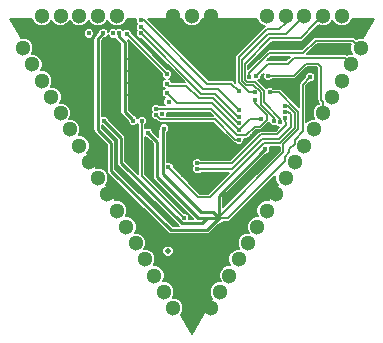
<source format=gbl>
G04 #@! TF.FileFunction,Copper,L4,Bot,Signal*
%FSLAX46Y46*%
G04 Gerber Fmt 4.6, Leading zero omitted, Abs format (unit mm)*
G04 Created by KiCad (PCBNEW 0.201509030901+6151~29~ubuntu15.04.1-product) date Thu 19 Nov 2015 01:23:01 PM EST*
%MOMM*%
G01*
G04 APERTURE LIST*
%ADD10C,0.100000*%
%ADD11C,1.300000*%
%ADD12C,0.406400*%
%ADD13C,0.508000*%
%ADD14C,0.152400*%
%ADD15C,0.254000*%
G04 APERTURE END LIST*
D10*
D11*
X26987500Y-28149600D03*
X27781250Y-29524400D03*
X28575000Y-30899200D03*
X29368750Y-32274000D03*
X30162500Y-33648800D03*
X30956250Y-35023600D03*
X31750000Y-36398400D03*
X32543750Y-37773200D03*
X33337500Y-39148000D03*
X34131250Y-40522800D03*
X34925000Y-41897600D03*
X35718750Y-43272400D03*
X36512500Y-44647200D03*
X37306250Y-46022000D03*
X38100000Y-47396800D03*
X38893750Y-48771600D03*
X39687500Y-50146400D03*
X42862500Y-50146400D03*
X43656250Y-48771600D03*
X44450000Y-47396800D03*
X45243750Y-46022000D03*
X46037500Y-44647200D03*
X46831250Y-43272400D03*
X47625000Y-41897600D03*
X48418750Y-40522800D03*
X49212500Y-39148000D03*
X50006250Y-37773200D03*
X50800000Y-36398400D03*
X51593750Y-35023600D03*
X52387500Y-33648800D03*
X53181250Y-32274000D03*
X53975000Y-30899200D03*
X54768750Y-29524400D03*
X55562500Y-28149600D03*
X53975000Y-25400000D03*
X52387500Y-25400000D03*
X50800000Y-25400000D03*
X49212500Y-25400000D03*
X47625000Y-25400000D03*
X42862500Y-25400000D03*
X41275000Y-25400000D03*
X39687500Y-25400000D03*
X34925000Y-25400000D03*
X33337500Y-25400000D03*
X31750000Y-25400000D03*
X30162500Y-25400000D03*
X28575000Y-25400000D03*
D12*
X30000000Y-29550000D03*
X29100000Y-29050000D03*
X39850000Y-35200000D03*
X39850000Y-33700000D03*
X35750000Y-26000000D03*
X37550000Y-36250000D03*
X36150000Y-36500000D03*
X33650000Y-36500000D03*
X40550000Y-38850000D03*
X40550000Y-37650000D03*
X40550000Y-38250000D03*
X31600000Y-27700000D03*
X30716989Y-26200000D03*
X28200000Y-28050000D03*
X29850000Y-30150000D03*
X30850000Y-31750000D03*
X30850000Y-32750000D03*
X32100000Y-34400000D03*
X32750000Y-34500000D03*
X51562000Y-30007010D03*
X46841386Y-28960400D03*
X52197000Y-28321000D03*
X48895000Y-27686010D03*
X49022000Y-29041790D03*
X48641000Y-36703000D03*
D13*
X35058000Y-29077000D03*
X34058000Y-29077000D03*
X34058000Y-30077000D03*
X35058000Y-30077000D03*
X36058000Y-30077000D03*
X37058000Y-30077000D03*
X37058000Y-29077000D03*
X36058000Y-29077000D03*
X37058000Y-31077000D03*
X36058000Y-31077000D03*
X35058000Y-31077000D03*
X34058000Y-31077000D03*
X34058000Y-32077000D03*
X35058000Y-32077000D03*
X36058000Y-32077000D03*
X37058000Y-32077000D03*
X39243000Y-42545000D03*
X43561000Y-45339000D03*
D12*
X33786343Y-26330000D03*
X46355000Y-35601802D03*
X35122473Y-26883644D03*
X36304548Y-34275238D03*
X39150000Y-30350000D03*
X35750000Y-26925000D03*
X45250000Y-35050000D03*
X39150000Y-31950000D03*
X47142400Y-34112200D03*
X34600000Y-26900000D03*
X45250000Y-35881010D03*
X38250000Y-33808003D03*
X40640000Y-42545000D03*
X37024461Y-34313574D03*
X41750000Y-38408003D03*
X49149000Y-33528000D03*
X41750000Y-37900000D03*
X49149000Y-34036000D03*
X39293791Y-38223925D03*
X49149000Y-33020000D03*
X46736000Y-30480000D03*
X47743990Y-30480000D03*
X38250000Y-33300000D03*
X46609000Y-32512000D03*
X45250000Y-31800000D03*
X36950000Y-25800000D03*
X45250000Y-33350000D03*
X36950000Y-26350000D03*
X45250000Y-34000000D03*
X36950000Y-26900000D03*
X48244579Y-34305421D03*
X48768000Y-34417000D03*
X46593586Y-31892414D03*
X37550000Y-35300000D03*
X38950000Y-34950000D03*
X38745276Y-33695009D03*
X33847519Y-34298872D03*
D13*
X43561000Y-42545000D03*
D12*
X47879000Y-31877000D03*
X47498000Y-36703000D03*
X51308000Y-30607000D03*
X33792247Y-26880000D03*
X46126432Y-30567256D03*
X45250000Y-34508003D03*
X39150000Y-31150000D03*
X32550000Y-26900000D03*
X39300000Y-32700000D03*
D13*
X39243000Y-45339000D03*
D14*
X51562000Y-30007010D02*
X51562000Y-29972000D01*
X49022000Y-29041790D02*
X49022000Y-29083000D01*
X46355000Y-35601802D02*
X46355000Y-35560000D01*
X39687500Y-25400000D02*
X39624000Y-25400000D01*
X39624000Y-25400000D02*
X39116000Y-25908000D01*
X42862500Y-25400000D02*
X42862500Y-25717500D01*
X42862500Y-25717500D02*
X43307000Y-26162000D01*
X48418750Y-40522800D02*
X47888800Y-40522800D01*
X47888800Y-40522800D02*
X47752000Y-40386000D01*
D15*
X35122473Y-26883644D02*
X35122473Y-27171012D01*
X35122473Y-27171012D02*
X35575399Y-27623938D01*
X35575399Y-27623938D02*
X35575399Y-33546089D01*
X35575399Y-33546089D02*
X36101349Y-34072039D01*
X36101349Y-34072039D02*
X36304548Y-34275238D01*
D14*
X35750000Y-26925000D02*
X35775000Y-26925000D01*
X39150000Y-30300000D02*
X39150000Y-30350000D01*
X35775000Y-26925000D02*
X39150000Y-30300000D01*
X45250000Y-35050000D02*
X43000000Y-32800000D01*
X43000000Y-32800000D02*
X40000000Y-32800000D01*
X40000000Y-32800000D02*
X39150000Y-31950000D01*
X47142400Y-34112200D02*
X46187800Y-34112200D01*
X46187800Y-34112200D02*
X45250000Y-35050000D01*
X45250000Y-35881010D02*
X44962632Y-35881010D01*
X44962632Y-35881010D02*
X43231622Y-34150000D01*
X43231622Y-34150000D02*
X38591997Y-34150000D01*
X38591997Y-34150000D02*
X38250000Y-33808003D01*
X40640000Y-42545000D02*
X37024461Y-38929461D01*
X37024461Y-38929461D02*
X37024461Y-36274461D01*
X37024461Y-36274461D02*
X37024461Y-34313574D01*
X41750000Y-38408003D02*
X41758003Y-38400000D01*
X41758003Y-38400000D02*
X44658000Y-38400000D01*
X44658000Y-38400000D02*
X47244000Y-35814000D01*
X47244000Y-35814000D02*
X48641000Y-35814000D01*
X48641000Y-35814000D02*
X49657000Y-34798000D01*
X49657000Y-34798000D02*
X49657000Y-33748632D01*
X49657000Y-33748632D02*
X49436368Y-33528000D01*
X49436368Y-33528000D02*
X49149000Y-33528000D01*
X47117000Y-35433000D02*
X44650000Y-37900000D01*
X44650000Y-37900000D02*
X41750000Y-37900000D01*
X49149000Y-34323368D02*
X49276000Y-34450368D01*
X49149000Y-34036000D02*
X49149000Y-34323368D01*
X49276000Y-34450368D02*
X49276000Y-34671000D01*
X49276000Y-34671000D02*
X48514000Y-35433000D01*
X48514000Y-35433000D02*
X47117000Y-35433000D01*
X39293791Y-38223925D02*
X41836866Y-40767000D01*
X50038000Y-34925000D02*
X50038000Y-33621632D01*
X41836866Y-40767000D02*
X42799000Y-40767000D01*
X42799000Y-40767000D02*
X47371000Y-36195000D01*
X47371000Y-36195000D02*
X48768000Y-36195000D01*
X48768000Y-36195000D02*
X50038000Y-34925000D01*
X50038000Y-33621632D02*
X49436368Y-33020000D01*
X49436368Y-33020000D02*
X49149000Y-33020000D01*
X54708350Y-29464000D02*
X54768750Y-29524400D01*
X54200350Y-28956000D02*
X54768750Y-29524400D01*
X49911000Y-28956000D02*
X54200350Y-28956000D01*
X49403000Y-29464000D02*
X49911000Y-28956000D01*
X47752000Y-29464000D02*
X49403000Y-29464000D01*
X46736000Y-30480000D02*
X47752000Y-29464000D01*
X47743990Y-30480000D02*
X49911000Y-30480000D01*
X49911000Y-30480000D02*
X50927000Y-29464000D01*
X50927000Y-29464000D02*
X51943000Y-29464000D01*
X51943000Y-29464000D02*
X52197000Y-29718000D01*
X52387500Y-32729562D02*
X52387500Y-33648800D01*
X52197000Y-32539062D02*
X52387500Y-32729562D01*
X52197000Y-29718000D02*
X52197000Y-32539062D01*
X45892920Y-35500000D02*
X45136118Y-35500000D01*
X38537368Y-33300000D02*
X38250000Y-33300000D01*
X45136118Y-35500000D02*
X42936118Y-33300000D01*
X42936118Y-33300000D02*
X38537368Y-33300000D01*
X47018482Y-34800000D02*
X46592920Y-34800000D01*
X46592920Y-34800000D02*
X45892920Y-35500000D01*
X47600000Y-33790368D02*
X47600000Y-34218482D01*
X47600000Y-34218482D02*
X47018482Y-34800000D01*
X46609000Y-32512000D02*
X46609000Y-32799368D01*
X46609000Y-32799368D02*
X47600000Y-33790368D01*
X45250000Y-31800000D02*
X44600000Y-31150000D01*
X44600000Y-31150000D02*
X42587368Y-31150000D01*
X42587368Y-31150000D02*
X37237368Y-25800000D01*
X37237368Y-25800000D02*
X36950000Y-25800000D01*
X36950000Y-26350000D02*
X42200000Y-31600000D01*
X42200000Y-31600000D02*
X43500000Y-31600000D01*
X43500000Y-31600000D02*
X45250000Y-33350000D01*
X36950000Y-26900000D02*
X42050000Y-32000000D01*
X42050000Y-32000000D02*
X43250000Y-32000000D01*
X43250000Y-32000000D02*
X45046801Y-33796801D01*
X45046801Y-33796801D02*
X45250000Y-34000000D01*
X50800000Y-25400000D02*
X49276000Y-26924000D01*
X49276000Y-26924000D02*
X47752000Y-26924000D01*
X47752000Y-26924000D02*
X45491402Y-29184598D01*
X46482000Y-31242000D02*
X47116990Y-31876990D01*
X45491402Y-29184598D02*
X45491402Y-30908178D01*
X45491402Y-30908178D02*
X45825224Y-31242000D01*
X45825224Y-31242000D02*
X46482000Y-31242000D01*
X47116990Y-31876990D02*
X47116990Y-32916990D01*
X47116990Y-32916990D02*
X48250000Y-34050000D01*
X48250000Y-34050000D02*
X48250000Y-34300000D01*
X48250000Y-34300000D02*
X48244579Y-34305421D01*
X51737501Y-26049999D02*
X52387500Y-25400000D01*
X50482500Y-27305000D02*
X51737501Y-26049999D01*
X47932904Y-27305000D02*
X50482500Y-27305000D01*
X45745412Y-29492492D02*
X47932904Y-27305000D01*
X45745412Y-30802964D02*
X45745412Y-29492492D01*
X45930438Y-30987990D02*
X45745412Y-30802964D01*
X46587214Y-30987990D02*
X45930438Y-30987990D01*
X47371000Y-31771776D02*
X46587214Y-30987990D01*
X47371000Y-32732632D02*
X47371000Y-31771776D01*
X48768000Y-34129632D02*
X47371000Y-32732632D01*
X48768000Y-34417000D02*
X48768000Y-34129632D01*
X49043776Y-25400000D02*
X49212500Y-25400000D01*
X48850146Y-25400000D02*
X49212500Y-25400000D01*
X45237392Y-31013392D02*
X46116414Y-31892414D01*
X45237392Y-28930608D02*
X45237392Y-31013392D01*
X47625000Y-26543000D02*
X45237392Y-28930608D01*
X46116414Y-31892414D02*
X46593586Y-31892414D01*
X48641000Y-26543000D02*
X47625000Y-26543000D01*
X49212500Y-25971500D02*
X48641000Y-26543000D01*
X49212500Y-25400000D02*
X49212500Y-25971500D01*
D15*
X43561000Y-42545000D02*
X41778934Y-42545000D01*
X41778934Y-42545000D02*
X38300000Y-39066066D01*
X38300000Y-39066066D02*
X38300000Y-36050000D01*
X38300000Y-36050000D02*
X37550000Y-35300000D01*
X43561000Y-42545000D02*
X43066000Y-42050000D01*
X43066000Y-42050000D02*
X42050000Y-42050000D01*
X42050000Y-42050000D02*
X38800000Y-38800000D01*
X38800000Y-38800000D02*
X38800000Y-35100000D01*
X38800000Y-35100000D02*
X38950000Y-34950000D01*
X43561000Y-42545000D02*
X42545000Y-42545000D01*
X42545000Y-42545000D02*
X42113199Y-42976801D01*
X42113199Y-42976801D02*
X40432735Y-42976801D01*
X40432735Y-42976801D02*
X35300000Y-37844066D01*
X35300000Y-35751353D02*
X33847519Y-34298872D01*
X35300000Y-37844066D02*
X35300000Y-35751353D01*
X43561000Y-42545000D02*
X42545000Y-43561000D01*
X42545000Y-43561000D02*
X39497000Y-43561000D01*
X34450000Y-38514000D02*
X34450000Y-36200000D01*
X39497000Y-43561000D02*
X34450000Y-38514000D01*
X34450000Y-36200000D02*
X33300000Y-35050000D01*
X33300000Y-35050000D02*
X33300000Y-27372247D01*
X33300000Y-27372247D02*
X33792247Y-26880000D01*
X43561000Y-40640000D02*
X47498000Y-36703000D01*
X43561000Y-42545000D02*
X43561000Y-40640000D01*
D14*
X48652592Y-31877000D02*
X47879000Y-31877000D01*
X50292010Y-35030214D02*
X50292009Y-33516417D01*
X49022001Y-36300223D02*
X50292010Y-35030214D01*
X49022001Y-36956999D02*
X49022001Y-36300223D01*
X50292009Y-33516417D02*
X48652592Y-31877000D01*
X43561000Y-42418000D02*
X49022001Y-36956999D01*
X43561000Y-42545000D02*
X43561000Y-42418000D01*
X43561000Y-42545000D02*
X44323000Y-42545000D01*
X44323000Y-42545000D02*
X49149000Y-37719000D01*
X49149000Y-37719000D02*
X49149000Y-37338000D01*
X49149000Y-37338000D02*
X49530000Y-36957000D01*
X49972199Y-36260801D02*
X49972199Y-35879801D01*
X49530000Y-36703000D02*
X49972199Y-36260801D01*
X49530000Y-36957000D02*
X49530000Y-36703000D01*
X49972199Y-35879801D02*
X50673000Y-35179000D01*
X50673000Y-31242000D02*
X51308000Y-30607000D01*
X50673000Y-35179000D02*
X50673000Y-31242000D01*
X54912501Y-27499601D02*
X51748399Y-27499601D01*
X51748399Y-27499601D02*
X50688811Y-28559189D01*
X46126432Y-30279888D02*
X46126432Y-30567256D01*
X47847131Y-28559189D02*
X46126432Y-30279888D01*
X55562500Y-28149600D02*
X54912501Y-27499601D01*
X50688811Y-28559189D02*
X47847131Y-28559189D01*
X45250000Y-34508003D02*
X45194121Y-34508003D01*
X45194121Y-34508003D02*
X43086118Y-32400000D01*
X43086118Y-32400000D02*
X41850000Y-32400000D01*
X41850000Y-32400000D02*
X40803199Y-31353199D01*
X39353199Y-31353199D02*
X39150000Y-31150000D01*
X40803199Y-31353199D02*
X39353199Y-31353199D01*
G36*
X27829725Y-25897037D02*
X28076663Y-26144407D01*
X28399469Y-26278447D01*
X28748998Y-26278752D01*
X29072037Y-26145275D01*
X29319407Y-25898337D01*
X29368706Y-25779612D01*
X29417225Y-25897037D01*
X29664163Y-26144407D01*
X29986969Y-26278447D01*
X30336498Y-26278752D01*
X30659537Y-26145275D01*
X30906907Y-25898337D01*
X30956206Y-25779612D01*
X31004725Y-25897037D01*
X31251663Y-26144407D01*
X31574469Y-26278447D01*
X31923998Y-26278752D01*
X32247037Y-26145275D01*
X32494407Y-25898337D01*
X32543706Y-25779612D01*
X32592225Y-25897037D01*
X32839163Y-26144407D01*
X33161969Y-26278447D01*
X33511498Y-26278752D01*
X33834537Y-26145275D01*
X34081907Y-25898337D01*
X34131206Y-25779612D01*
X34179725Y-25897037D01*
X34426663Y-26144407D01*
X34749469Y-26278447D01*
X35098998Y-26278752D01*
X35422037Y-26145275D01*
X35669407Y-25898337D01*
X35760649Y-25678600D01*
X36532864Y-25678600D01*
X36518276Y-25713733D01*
X36518126Y-25885513D01*
X36583725Y-26044275D01*
X36614344Y-26074947D01*
X36584152Y-26105086D01*
X36518276Y-26263733D01*
X36518126Y-26435513D01*
X36583725Y-26594275D01*
X36614344Y-26624947D01*
X36584152Y-26655086D01*
X36518276Y-26813733D01*
X36518126Y-26985513D01*
X36583725Y-27144275D01*
X36705086Y-27265848D01*
X36863733Y-27331724D01*
X36950748Y-27331800D01*
X40667347Y-31048399D01*
X39575227Y-31048399D01*
X39516275Y-30905725D01*
X39394914Y-30784152D01*
X39312661Y-30749997D01*
X39394275Y-30716275D01*
X39515848Y-30594914D01*
X39581724Y-30436267D01*
X39581874Y-30264487D01*
X39516275Y-30105725D01*
X39394914Y-29984152D01*
X39236267Y-29918276D01*
X39199296Y-29918244D01*
X36181820Y-26900768D01*
X36181874Y-26839487D01*
X36116275Y-26680725D01*
X35994914Y-26559152D01*
X35836267Y-26493276D01*
X35664487Y-26493126D01*
X35505725Y-26558725D01*
X35456900Y-26607465D01*
X35367387Y-26517796D01*
X35208740Y-26451920D01*
X35036960Y-26451770D01*
X34878198Y-26517369D01*
X34853135Y-26542388D01*
X34844914Y-26534152D01*
X34686267Y-26468276D01*
X34514487Y-26468126D01*
X34355725Y-26533725D01*
X34234152Y-26655086D01*
X34200253Y-26736723D01*
X34158522Y-26635725D01*
X34037161Y-26514152D01*
X33878514Y-26448276D01*
X33706734Y-26448126D01*
X33547972Y-26513725D01*
X33426399Y-26635086D01*
X33360523Y-26793733D01*
X33360510Y-26808843D01*
X33048553Y-27120800D01*
X32971468Y-27236164D01*
X32957359Y-27307095D01*
X32944400Y-27372247D01*
X32944400Y-35050000D01*
X32971468Y-35186083D01*
X33048553Y-35301447D01*
X34094400Y-36347294D01*
X34094400Y-38514000D01*
X34121468Y-38650083D01*
X34198553Y-38765447D01*
X39245553Y-43812447D01*
X39360917Y-43889532D01*
X39497000Y-43916600D01*
X42545000Y-43916600D01*
X42681083Y-43889532D01*
X42796447Y-43812447D01*
X43581276Y-43027618D01*
X43656574Y-43027684D01*
X43834014Y-42954367D01*
X43938764Y-42849800D01*
X44323000Y-42849800D01*
X44439642Y-42826598D01*
X44538526Y-42760526D01*
X48339357Y-38959695D01*
X48334053Y-38972469D01*
X48333748Y-39321998D01*
X48467225Y-39645037D01*
X48553678Y-39731641D01*
X47808420Y-41022429D01*
X47800531Y-41019153D01*
X47451002Y-41018848D01*
X47127963Y-41152325D01*
X46880593Y-41399263D01*
X46746553Y-41722069D01*
X46746248Y-42071598D01*
X46879396Y-42393842D01*
X46657252Y-42393648D01*
X46334213Y-42527125D01*
X46086843Y-42774063D01*
X45952803Y-43096869D01*
X45952498Y-43446398D01*
X46085646Y-43768642D01*
X45863502Y-43768448D01*
X45540463Y-43901925D01*
X45293093Y-44148863D01*
X45159053Y-44471669D01*
X45158748Y-44821198D01*
X45291896Y-45143442D01*
X45069752Y-45143248D01*
X44746713Y-45276725D01*
X44499343Y-45523663D01*
X44365303Y-45846469D01*
X44364998Y-46195998D01*
X44498146Y-46518242D01*
X44276002Y-46518048D01*
X43952963Y-46651525D01*
X43705593Y-46898463D01*
X43571553Y-47221269D01*
X43571248Y-47570798D01*
X43704396Y-47893042D01*
X43482252Y-47892848D01*
X43159213Y-48026325D01*
X42911843Y-48273263D01*
X42777803Y-48596069D01*
X42777498Y-48945598D01*
X42910975Y-49268637D01*
X42997364Y-49355177D01*
X41275000Y-52338312D01*
X40346443Y-50730052D01*
X40431907Y-50644737D01*
X40565947Y-50321931D01*
X40566252Y-49972402D01*
X40432775Y-49649363D01*
X40185837Y-49401993D01*
X39863031Y-49267953D01*
X39639062Y-49267758D01*
X39772197Y-48947131D01*
X39772502Y-48597602D01*
X39639025Y-48274563D01*
X39392087Y-48027193D01*
X39069281Y-47893153D01*
X38845312Y-47892958D01*
X38978447Y-47572331D01*
X38978752Y-47222802D01*
X38845275Y-46899763D01*
X38598337Y-46652393D01*
X38275531Y-46518353D01*
X38051562Y-46518158D01*
X38184697Y-46197531D01*
X38185002Y-45848002D01*
X38051525Y-45524963D01*
X37961294Y-45434574D01*
X38760316Y-45434574D01*
X38833633Y-45612014D01*
X38969272Y-45747890D01*
X39146584Y-45821516D01*
X39338574Y-45821684D01*
X39516014Y-45748367D01*
X39651890Y-45612728D01*
X39725516Y-45435416D01*
X39725684Y-45243426D01*
X39652367Y-45065986D01*
X39516728Y-44930110D01*
X39339416Y-44856484D01*
X39147426Y-44856316D01*
X38969986Y-44929633D01*
X38834110Y-45065272D01*
X38760484Y-45242584D01*
X38760316Y-45434574D01*
X37961294Y-45434574D01*
X37804587Y-45277593D01*
X37481781Y-45143553D01*
X37257812Y-45143358D01*
X37390947Y-44822731D01*
X37391252Y-44473202D01*
X37257775Y-44150163D01*
X37010837Y-43902793D01*
X36688031Y-43768753D01*
X36464062Y-43768558D01*
X36597197Y-43447931D01*
X36597502Y-43098402D01*
X36464025Y-42775363D01*
X36217087Y-42527993D01*
X35894281Y-42393953D01*
X35670312Y-42393758D01*
X35803447Y-42073131D01*
X35803752Y-41723602D01*
X35670275Y-41400563D01*
X35423337Y-41153193D01*
X35100531Y-41019153D01*
X34751002Y-41018848D01*
X34741726Y-41022681D01*
X33996370Y-39731725D01*
X34081907Y-39646337D01*
X34215947Y-39323531D01*
X34216252Y-38974002D01*
X34082775Y-38650963D01*
X33835837Y-38403593D01*
X33513031Y-38269553D01*
X33163502Y-38269248D01*
X33154202Y-38273091D01*
X32408852Y-36982143D01*
X32494407Y-36896737D01*
X32628447Y-36573931D01*
X32628752Y-36224402D01*
X32495275Y-35901363D01*
X32248337Y-35653993D01*
X31925531Y-35519953D01*
X31701562Y-35519758D01*
X31834697Y-35199131D01*
X31835002Y-34849602D01*
X31701525Y-34526563D01*
X31454587Y-34279193D01*
X31131781Y-34145153D01*
X30907812Y-34144958D01*
X31040947Y-33824331D01*
X31041252Y-33474802D01*
X30907775Y-33151763D01*
X30660837Y-32904393D01*
X30338031Y-32770353D01*
X30114062Y-32770158D01*
X30247197Y-32449531D01*
X30247502Y-32100002D01*
X30114025Y-31776963D01*
X29867087Y-31529593D01*
X29544281Y-31395553D01*
X29320312Y-31395358D01*
X29453447Y-31074731D01*
X29453752Y-30725202D01*
X29320275Y-30402163D01*
X29073337Y-30154793D01*
X28750531Y-30020753D01*
X28526562Y-30020558D01*
X28659697Y-29699931D01*
X28660002Y-29350402D01*
X28526525Y-29027363D01*
X28279587Y-28779993D01*
X27956781Y-28645953D01*
X27732812Y-28645758D01*
X27865947Y-28325131D01*
X27866252Y-27975602D01*
X27732775Y-27652563D01*
X27485837Y-27405193D01*
X27163031Y-27271153D01*
X26813502Y-27270848D01*
X26804109Y-27274729D01*
X26637126Y-26985513D01*
X32118126Y-26985513D01*
X32183725Y-27144275D01*
X32305086Y-27265848D01*
X32463733Y-27331724D01*
X32635513Y-27331874D01*
X32794275Y-27266275D01*
X32915848Y-27144914D01*
X32981724Y-26986267D01*
X32981874Y-26814487D01*
X32916275Y-26655725D01*
X32794914Y-26534152D01*
X32636267Y-26468276D01*
X32464487Y-26468126D01*
X32305725Y-26533725D01*
X32184152Y-26655086D01*
X32118276Y-26813733D01*
X32118126Y-26985513D01*
X26637126Y-26985513D01*
X25882556Y-25678600D01*
X27739469Y-25678600D01*
X27829725Y-25897037D01*
X27829725Y-25897037D01*
G37*
X27829725Y-25897037D02*
X28076663Y-26144407D01*
X28399469Y-26278447D01*
X28748998Y-26278752D01*
X29072037Y-26145275D01*
X29319407Y-25898337D01*
X29368706Y-25779612D01*
X29417225Y-25897037D01*
X29664163Y-26144407D01*
X29986969Y-26278447D01*
X30336498Y-26278752D01*
X30659537Y-26145275D01*
X30906907Y-25898337D01*
X30956206Y-25779612D01*
X31004725Y-25897037D01*
X31251663Y-26144407D01*
X31574469Y-26278447D01*
X31923998Y-26278752D01*
X32247037Y-26145275D01*
X32494407Y-25898337D01*
X32543706Y-25779612D01*
X32592225Y-25897037D01*
X32839163Y-26144407D01*
X33161969Y-26278447D01*
X33511498Y-26278752D01*
X33834537Y-26145275D01*
X34081907Y-25898337D01*
X34131206Y-25779612D01*
X34179725Y-25897037D01*
X34426663Y-26144407D01*
X34749469Y-26278447D01*
X35098998Y-26278752D01*
X35422037Y-26145275D01*
X35669407Y-25898337D01*
X35760649Y-25678600D01*
X36532864Y-25678600D01*
X36518276Y-25713733D01*
X36518126Y-25885513D01*
X36583725Y-26044275D01*
X36614344Y-26074947D01*
X36584152Y-26105086D01*
X36518276Y-26263733D01*
X36518126Y-26435513D01*
X36583725Y-26594275D01*
X36614344Y-26624947D01*
X36584152Y-26655086D01*
X36518276Y-26813733D01*
X36518126Y-26985513D01*
X36583725Y-27144275D01*
X36705086Y-27265848D01*
X36863733Y-27331724D01*
X36950748Y-27331800D01*
X40667347Y-31048399D01*
X39575227Y-31048399D01*
X39516275Y-30905725D01*
X39394914Y-30784152D01*
X39312661Y-30749997D01*
X39394275Y-30716275D01*
X39515848Y-30594914D01*
X39581724Y-30436267D01*
X39581874Y-30264487D01*
X39516275Y-30105725D01*
X39394914Y-29984152D01*
X39236267Y-29918276D01*
X39199296Y-29918244D01*
X36181820Y-26900768D01*
X36181874Y-26839487D01*
X36116275Y-26680725D01*
X35994914Y-26559152D01*
X35836267Y-26493276D01*
X35664487Y-26493126D01*
X35505725Y-26558725D01*
X35456900Y-26607465D01*
X35367387Y-26517796D01*
X35208740Y-26451920D01*
X35036960Y-26451770D01*
X34878198Y-26517369D01*
X34853135Y-26542388D01*
X34844914Y-26534152D01*
X34686267Y-26468276D01*
X34514487Y-26468126D01*
X34355725Y-26533725D01*
X34234152Y-26655086D01*
X34200253Y-26736723D01*
X34158522Y-26635725D01*
X34037161Y-26514152D01*
X33878514Y-26448276D01*
X33706734Y-26448126D01*
X33547972Y-26513725D01*
X33426399Y-26635086D01*
X33360523Y-26793733D01*
X33360510Y-26808843D01*
X33048553Y-27120800D01*
X32971468Y-27236164D01*
X32957359Y-27307095D01*
X32944400Y-27372247D01*
X32944400Y-35050000D01*
X32971468Y-35186083D01*
X33048553Y-35301447D01*
X34094400Y-36347294D01*
X34094400Y-38514000D01*
X34121468Y-38650083D01*
X34198553Y-38765447D01*
X39245553Y-43812447D01*
X39360917Y-43889532D01*
X39497000Y-43916600D01*
X42545000Y-43916600D01*
X42681083Y-43889532D01*
X42796447Y-43812447D01*
X43581276Y-43027618D01*
X43656574Y-43027684D01*
X43834014Y-42954367D01*
X43938764Y-42849800D01*
X44323000Y-42849800D01*
X44439642Y-42826598D01*
X44538526Y-42760526D01*
X48339357Y-38959695D01*
X48334053Y-38972469D01*
X48333748Y-39321998D01*
X48467225Y-39645037D01*
X48553678Y-39731641D01*
X47808420Y-41022429D01*
X47800531Y-41019153D01*
X47451002Y-41018848D01*
X47127963Y-41152325D01*
X46880593Y-41399263D01*
X46746553Y-41722069D01*
X46746248Y-42071598D01*
X46879396Y-42393842D01*
X46657252Y-42393648D01*
X46334213Y-42527125D01*
X46086843Y-42774063D01*
X45952803Y-43096869D01*
X45952498Y-43446398D01*
X46085646Y-43768642D01*
X45863502Y-43768448D01*
X45540463Y-43901925D01*
X45293093Y-44148863D01*
X45159053Y-44471669D01*
X45158748Y-44821198D01*
X45291896Y-45143442D01*
X45069752Y-45143248D01*
X44746713Y-45276725D01*
X44499343Y-45523663D01*
X44365303Y-45846469D01*
X44364998Y-46195998D01*
X44498146Y-46518242D01*
X44276002Y-46518048D01*
X43952963Y-46651525D01*
X43705593Y-46898463D01*
X43571553Y-47221269D01*
X43571248Y-47570798D01*
X43704396Y-47893042D01*
X43482252Y-47892848D01*
X43159213Y-48026325D01*
X42911843Y-48273263D01*
X42777803Y-48596069D01*
X42777498Y-48945598D01*
X42910975Y-49268637D01*
X42997364Y-49355177D01*
X41275000Y-52338312D01*
X40346443Y-50730052D01*
X40431907Y-50644737D01*
X40565947Y-50321931D01*
X40566252Y-49972402D01*
X40432775Y-49649363D01*
X40185837Y-49401993D01*
X39863031Y-49267953D01*
X39639062Y-49267758D01*
X39772197Y-48947131D01*
X39772502Y-48597602D01*
X39639025Y-48274563D01*
X39392087Y-48027193D01*
X39069281Y-47893153D01*
X38845312Y-47892958D01*
X38978447Y-47572331D01*
X38978752Y-47222802D01*
X38845275Y-46899763D01*
X38598337Y-46652393D01*
X38275531Y-46518353D01*
X38051562Y-46518158D01*
X38184697Y-46197531D01*
X38185002Y-45848002D01*
X38051525Y-45524963D01*
X37961294Y-45434574D01*
X38760316Y-45434574D01*
X38833633Y-45612014D01*
X38969272Y-45747890D01*
X39146584Y-45821516D01*
X39338574Y-45821684D01*
X39516014Y-45748367D01*
X39651890Y-45612728D01*
X39725516Y-45435416D01*
X39725684Y-45243426D01*
X39652367Y-45065986D01*
X39516728Y-44930110D01*
X39339416Y-44856484D01*
X39147426Y-44856316D01*
X38969986Y-44929633D01*
X38834110Y-45065272D01*
X38760484Y-45242584D01*
X38760316Y-45434574D01*
X37961294Y-45434574D01*
X37804587Y-45277593D01*
X37481781Y-45143553D01*
X37257812Y-45143358D01*
X37390947Y-44822731D01*
X37391252Y-44473202D01*
X37257775Y-44150163D01*
X37010837Y-43902793D01*
X36688031Y-43768753D01*
X36464062Y-43768558D01*
X36597197Y-43447931D01*
X36597502Y-43098402D01*
X36464025Y-42775363D01*
X36217087Y-42527993D01*
X35894281Y-42393953D01*
X35670312Y-42393758D01*
X35803447Y-42073131D01*
X35803752Y-41723602D01*
X35670275Y-41400563D01*
X35423337Y-41153193D01*
X35100531Y-41019153D01*
X34751002Y-41018848D01*
X34741726Y-41022681D01*
X33996370Y-39731725D01*
X34081907Y-39646337D01*
X34215947Y-39323531D01*
X34216252Y-38974002D01*
X34082775Y-38650963D01*
X33835837Y-38403593D01*
X33513031Y-38269553D01*
X33163502Y-38269248D01*
X33154202Y-38273091D01*
X32408852Y-36982143D01*
X32494407Y-36896737D01*
X32628447Y-36573931D01*
X32628752Y-36224402D01*
X32495275Y-35901363D01*
X32248337Y-35653993D01*
X31925531Y-35519953D01*
X31701562Y-35519758D01*
X31834697Y-35199131D01*
X31835002Y-34849602D01*
X31701525Y-34526563D01*
X31454587Y-34279193D01*
X31131781Y-34145153D01*
X30907812Y-34144958D01*
X31040947Y-33824331D01*
X31041252Y-33474802D01*
X30907775Y-33151763D01*
X30660837Y-32904393D01*
X30338031Y-32770353D01*
X30114062Y-32770158D01*
X30247197Y-32449531D01*
X30247502Y-32100002D01*
X30114025Y-31776963D01*
X29867087Y-31529593D01*
X29544281Y-31395553D01*
X29320312Y-31395358D01*
X29453447Y-31074731D01*
X29453752Y-30725202D01*
X29320275Y-30402163D01*
X29073337Y-30154793D01*
X28750531Y-30020753D01*
X28526562Y-30020558D01*
X28659697Y-29699931D01*
X28660002Y-29350402D01*
X28526525Y-29027363D01*
X28279587Y-28779993D01*
X27956781Y-28645953D01*
X27732812Y-28645758D01*
X27865947Y-28325131D01*
X27866252Y-27975602D01*
X27732775Y-27652563D01*
X27485837Y-27405193D01*
X27163031Y-27271153D01*
X26813502Y-27270848D01*
X26804109Y-27274729D01*
X26637126Y-26985513D01*
X32118126Y-26985513D01*
X32183725Y-27144275D01*
X32305086Y-27265848D01*
X32463733Y-27331724D01*
X32635513Y-27331874D01*
X32794275Y-27266275D01*
X32915848Y-27144914D01*
X32981724Y-26986267D01*
X32981874Y-26814487D01*
X32916275Y-26655725D01*
X32794914Y-26534152D01*
X32636267Y-26468276D01*
X32464487Y-26468126D01*
X32305725Y-26533725D01*
X32184152Y-26655086D01*
X32118276Y-26813733D01*
X32118126Y-26985513D01*
X26637126Y-26985513D01*
X25882556Y-25678600D01*
X27739469Y-25678600D01*
X27829725Y-25897037D01*
G36*
X33761252Y-34730596D02*
X33776362Y-34730609D01*
X34944400Y-35898647D01*
X34944400Y-37844066D01*
X34971468Y-37980149D01*
X35048553Y-38095513D01*
X40158440Y-43205400D01*
X39644294Y-43205400D01*
X34805600Y-38366706D01*
X34805600Y-36200000D01*
X34778532Y-36063918D01*
X34701447Y-35948553D01*
X33655600Y-34902706D01*
X33655600Y-34686725D01*
X33761252Y-34730596D01*
X33761252Y-34730596D01*
G37*
X33761252Y-34730596D02*
X33776362Y-34730609D01*
X34944400Y-35898647D01*
X34944400Y-37844066D01*
X34971468Y-37980149D01*
X35048553Y-38095513D01*
X40158440Y-43205400D01*
X39644294Y-43205400D01*
X34805600Y-38366706D01*
X34805600Y-36200000D01*
X34778532Y-36063918D01*
X34701447Y-35948553D01*
X33655600Y-34902706D01*
X33655600Y-34686725D01*
X33761252Y-34730596D01*
G36*
X37463733Y-35731724D02*
X37478843Y-35731737D01*
X37944400Y-36197294D01*
X37944400Y-39066066D01*
X37971468Y-39202149D01*
X38048553Y-39317513D01*
X41352241Y-42621201D01*
X41071733Y-42621201D01*
X41071874Y-42459487D01*
X41006275Y-42300725D01*
X40884914Y-42179152D01*
X40726267Y-42113276D01*
X40639252Y-42113200D01*
X37329261Y-38803209D01*
X37329261Y-35675886D01*
X37463733Y-35731724D01*
X37463733Y-35731724D01*
G37*
X37463733Y-35731724D02*
X37478843Y-35731737D01*
X37944400Y-36197294D01*
X37944400Y-39066066D01*
X37971468Y-39202149D01*
X38048553Y-39317513D01*
X41352241Y-42621201D01*
X41071733Y-42621201D01*
X41071874Y-42459487D01*
X41006275Y-42300725D01*
X40884914Y-42179152D01*
X40726267Y-42113276D01*
X40639252Y-42113200D01*
X37329261Y-38803209D01*
X37329261Y-35675886D01*
X37463733Y-35731724D01*
G36*
X48717201Y-36830747D02*
X43916600Y-41631348D01*
X43916600Y-40787294D01*
X47569033Y-37134861D01*
X47583513Y-37134874D01*
X47742275Y-37069275D01*
X47863848Y-36947914D01*
X47929724Y-36789267D01*
X47929874Y-36617487D01*
X47881247Y-36499800D01*
X48717201Y-36499800D01*
X48717201Y-36830747D01*
X48717201Y-36830747D01*
G37*
X48717201Y-36830747D02*
X43916600Y-41631348D01*
X43916600Y-40787294D01*
X47569033Y-37134861D01*
X47583513Y-37134874D01*
X47742275Y-37069275D01*
X47863848Y-36947914D01*
X47929724Y-36789267D01*
X47929874Y-36617487D01*
X47881247Y-36499800D01*
X48717201Y-36499800D01*
X48717201Y-36830747D01*
G36*
X38718245Y-30299297D02*
X38718126Y-30435513D01*
X38783725Y-30594275D01*
X38905086Y-30715848D01*
X38987339Y-30750003D01*
X38905725Y-30783725D01*
X38784152Y-30905086D01*
X38718276Y-31063733D01*
X38718126Y-31235513D01*
X38783725Y-31394275D01*
X38905086Y-31515848D01*
X38987339Y-31550003D01*
X38905725Y-31583725D01*
X38784152Y-31705086D01*
X38718276Y-31863733D01*
X38718126Y-32035513D01*
X38783725Y-32194275D01*
X38905086Y-32315848D01*
X39024120Y-32365275D01*
X38934152Y-32455086D01*
X38868276Y-32613733D01*
X38868126Y-32785513D01*
X38933725Y-32944275D01*
X38984561Y-32995200D01*
X38555856Y-32995200D01*
X38494914Y-32934152D01*
X38336267Y-32868276D01*
X38164487Y-32868126D01*
X38005725Y-32933725D01*
X37884152Y-33055086D01*
X37818276Y-33213733D01*
X37818126Y-33385513D01*
X37883725Y-33544275D01*
X37893345Y-33553912D01*
X37884152Y-33563089D01*
X37818276Y-33721736D01*
X37818126Y-33893516D01*
X37883725Y-34052278D01*
X38005086Y-34173851D01*
X38163733Y-34239727D01*
X38250748Y-34239803D01*
X38376471Y-34365526D01*
X38475355Y-34431598D01*
X38591997Y-34454800D01*
X43105370Y-34454800D01*
X44747106Y-36096536D01*
X44845990Y-36162608D01*
X44939564Y-36181221D01*
X45005086Y-36246858D01*
X45163733Y-36312734D01*
X45335513Y-36312884D01*
X45494275Y-36247285D01*
X45615848Y-36125924D01*
X45681724Y-35967277D01*
X45681866Y-35804800D01*
X45892920Y-35804800D01*
X46009562Y-35781598D01*
X46108446Y-35715526D01*
X46719172Y-35104800D01*
X47018482Y-35104800D01*
X47135124Y-35081598D01*
X47234008Y-35015526D01*
X47815526Y-34434008D01*
X47824780Y-34420158D01*
X47878304Y-34549696D01*
X47999665Y-34671269D01*
X48158312Y-34737145D01*
X48330092Y-34737295D01*
X48434533Y-34694141D01*
X48523086Y-34782848D01*
X48671481Y-34844467D01*
X48387748Y-35128200D01*
X47117000Y-35128200D01*
X47000358Y-35151402D01*
X46925460Y-35201447D01*
X46901474Y-35217474D01*
X44523748Y-37595200D01*
X42055856Y-37595200D01*
X41994914Y-37534152D01*
X41836267Y-37468276D01*
X41664487Y-37468126D01*
X41505725Y-37533725D01*
X41384152Y-37655086D01*
X41318276Y-37813733D01*
X41318126Y-37985513D01*
X41383725Y-38144275D01*
X41393345Y-38153912D01*
X41384152Y-38163089D01*
X41318276Y-38321736D01*
X41318126Y-38493516D01*
X41383725Y-38652278D01*
X41505086Y-38773851D01*
X41663733Y-38839727D01*
X41835513Y-38839877D01*
X41994275Y-38774278D01*
X42063874Y-38704800D01*
X44430148Y-38704800D01*
X42672748Y-40462200D01*
X41963118Y-40462200D01*
X39725590Y-38224672D01*
X39725665Y-38138412D01*
X39660066Y-37979650D01*
X39538705Y-37858077D01*
X39380058Y-37792201D01*
X39208278Y-37792051D01*
X39155600Y-37813817D01*
X39155600Y-35332255D01*
X39194275Y-35316275D01*
X39315848Y-35194914D01*
X39381724Y-35036267D01*
X39381874Y-34864487D01*
X39316275Y-34705725D01*
X39194914Y-34584152D01*
X39036267Y-34518276D01*
X38864487Y-34518126D01*
X38705725Y-34583725D01*
X38584152Y-34705086D01*
X38518276Y-34863733D01*
X38518250Y-34893904D01*
X38471468Y-34963917D01*
X38461600Y-35013526D01*
X38444400Y-35100000D01*
X38444400Y-35691506D01*
X37981861Y-35228967D01*
X37981874Y-35214487D01*
X37916275Y-35055725D01*
X37794914Y-34934152D01*
X37636267Y-34868276D01*
X37464487Y-34868126D01*
X37329261Y-34924000D01*
X37329261Y-34619430D01*
X37390309Y-34558488D01*
X37456185Y-34399841D01*
X37456335Y-34228061D01*
X37390736Y-34069299D01*
X37269375Y-33947726D01*
X37110728Y-33881850D01*
X36938948Y-33881700D01*
X36780186Y-33947299D01*
X36678285Y-34049022D01*
X36670823Y-34030963D01*
X36549462Y-33909390D01*
X36390815Y-33843514D01*
X36375705Y-33843501D01*
X35930999Y-33398795D01*
X35930999Y-27623938D01*
X35911640Y-27526612D01*
X35903931Y-27487855D01*
X35898147Y-27479199D01*
X38718245Y-30299297D01*
X38718245Y-30299297D01*
G37*
X38718245Y-30299297D02*
X38718126Y-30435513D01*
X38783725Y-30594275D01*
X38905086Y-30715848D01*
X38987339Y-30750003D01*
X38905725Y-30783725D01*
X38784152Y-30905086D01*
X38718276Y-31063733D01*
X38718126Y-31235513D01*
X38783725Y-31394275D01*
X38905086Y-31515848D01*
X38987339Y-31550003D01*
X38905725Y-31583725D01*
X38784152Y-31705086D01*
X38718276Y-31863733D01*
X38718126Y-32035513D01*
X38783725Y-32194275D01*
X38905086Y-32315848D01*
X39024120Y-32365275D01*
X38934152Y-32455086D01*
X38868276Y-32613733D01*
X38868126Y-32785513D01*
X38933725Y-32944275D01*
X38984561Y-32995200D01*
X38555856Y-32995200D01*
X38494914Y-32934152D01*
X38336267Y-32868276D01*
X38164487Y-32868126D01*
X38005725Y-32933725D01*
X37884152Y-33055086D01*
X37818276Y-33213733D01*
X37818126Y-33385513D01*
X37883725Y-33544275D01*
X37893345Y-33553912D01*
X37884152Y-33563089D01*
X37818276Y-33721736D01*
X37818126Y-33893516D01*
X37883725Y-34052278D01*
X38005086Y-34173851D01*
X38163733Y-34239727D01*
X38250748Y-34239803D01*
X38376471Y-34365526D01*
X38475355Y-34431598D01*
X38591997Y-34454800D01*
X43105370Y-34454800D01*
X44747106Y-36096536D01*
X44845990Y-36162608D01*
X44939564Y-36181221D01*
X45005086Y-36246858D01*
X45163733Y-36312734D01*
X45335513Y-36312884D01*
X45494275Y-36247285D01*
X45615848Y-36125924D01*
X45681724Y-35967277D01*
X45681866Y-35804800D01*
X45892920Y-35804800D01*
X46009562Y-35781598D01*
X46108446Y-35715526D01*
X46719172Y-35104800D01*
X47018482Y-35104800D01*
X47135124Y-35081598D01*
X47234008Y-35015526D01*
X47815526Y-34434008D01*
X47824780Y-34420158D01*
X47878304Y-34549696D01*
X47999665Y-34671269D01*
X48158312Y-34737145D01*
X48330092Y-34737295D01*
X48434533Y-34694141D01*
X48523086Y-34782848D01*
X48671481Y-34844467D01*
X48387748Y-35128200D01*
X47117000Y-35128200D01*
X47000358Y-35151402D01*
X46925460Y-35201447D01*
X46901474Y-35217474D01*
X44523748Y-37595200D01*
X42055856Y-37595200D01*
X41994914Y-37534152D01*
X41836267Y-37468276D01*
X41664487Y-37468126D01*
X41505725Y-37533725D01*
X41384152Y-37655086D01*
X41318276Y-37813733D01*
X41318126Y-37985513D01*
X41383725Y-38144275D01*
X41393345Y-38153912D01*
X41384152Y-38163089D01*
X41318276Y-38321736D01*
X41318126Y-38493516D01*
X41383725Y-38652278D01*
X41505086Y-38773851D01*
X41663733Y-38839727D01*
X41835513Y-38839877D01*
X41994275Y-38774278D01*
X42063874Y-38704800D01*
X44430148Y-38704800D01*
X42672748Y-40462200D01*
X41963118Y-40462200D01*
X39725590Y-38224672D01*
X39725665Y-38138412D01*
X39660066Y-37979650D01*
X39538705Y-37858077D01*
X39380058Y-37792201D01*
X39208278Y-37792051D01*
X39155600Y-37813817D01*
X39155600Y-35332255D01*
X39194275Y-35316275D01*
X39315848Y-35194914D01*
X39381724Y-35036267D01*
X39381874Y-34864487D01*
X39316275Y-34705725D01*
X39194914Y-34584152D01*
X39036267Y-34518276D01*
X38864487Y-34518126D01*
X38705725Y-34583725D01*
X38584152Y-34705086D01*
X38518276Y-34863733D01*
X38518250Y-34893904D01*
X38471468Y-34963917D01*
X38461600Y-35013526D01*
X38444400Y-35100000D01*
X38444400Y-35691506D01*
X37981861Y-35228967D01*
X37981874Y-35214487D01*
X37916275Y-35055725D01*
X37794914Y-34934152D01*
X37636267Y-34868276D01*
X37464487Y-34868126D01*
X37329261Y-34924000D01*
X37329261Y-34619430D01*
X37390309Y-34558488D01*
X37456185Y-34399841D01*
X37456335Y-34228061D01*
X37390736Y-34069299D01*
X37269375Y-33947726D01*
X37110728Y-33881850D01*
X36938948Y-33881700D01*
X36780186Y-33947299D01*
X36678285Y-34049022D01*
X36670823Y-34030963D01*
X36549462Y-33909390D01*
X36390815Y-33843514D01*
X36375705Y-33843501D01*
X35930999Y-33398795D01*
X35930999Y-27623938D01*
X35911640Y-27526612D01*
X35903931Y-27487855D01*
X35898147Y-27479199D01*
X38718245Y-30299297D01*
G36*
X34233725Y-27144275D02*
X34355086Y-27265848D01*
X34513733Y-27331724D01*
X34685513Y-27331874D01*
X34790261Y-27288593D01*
X34793941Y-27307095D01*
X34871026Y-27422459D01*
X35219799Y-27771232D01*
X35219799Y-33546089D01*
X35246867Y-33682172D01*
X35323952Y-33797536D01*
X35872687Y-34346271D01*
X35872674Y-34360751D01*
X35938273Y-34519513D01*
X36059634Y-34641086D01*
X36218281Y-34706962D01*
X36390061Y-34707112D01*
X36548823Y-34641513D01*
X36650724Y-34539790D01*
X36658186Y-34557849D01*
X36719661Y-34619431D01*
X36719661Y-38760833D01*
X35655600Y-37696772D01*
X35655600Y-35751353D01*
X35628532Y-35615271D01*
X35551447Y-35499906D01*
X34279380Y-34227839D01*
X34279393Y-34213359D01*
X34213794Y-34054597D01*
X34092433Y-33933024D01*
X33933786Y-33867148D01*
X33762006Y-33866998D01*
X33655600Y-33910964D01*
X33655600Y-27519541D01*
X33863280Y-27311861D01*
X33877760Y-27311874D01*
X34036522Y-27246275D01*
X34158095Y-27124914D01*
X34191994Y-27043277D01*
X34233725Y-27144275D01*
X34233725Y-27144275D01*
G37*
X34233725Y-27144275D02*
X34355086Y-27265848D01*
X34513733Y-27331724D01*
X34685513Y-27331874D01*
X34790261Y-27288593D01*
X34793941Y-27307095D01*
X34871026Y-27422459D01*
X35219799Y-27771232D01*
X35219799Y-33546089D01*
X35246867Y-33682172D01*
X35323952Y-33797536D01*
X35872687Y-34346271D01*
X35872674Y-34360751D01*
X35938273Y-34519513D01*
X36059634Y-34641086D01*
X36218281Y-34706962D01*
X36390061Y-34707112D01*
X36548823Y-34641513D01*
X36650724Y-34539790D01*
X36658186Y-34557849D01*
X36719661Y-34619431D01*
X36719661Y-38760833D01*
X35655600Y-37696772D01*
X35655600Y-35751353D01*
X35628532Y-35615271D01*
X35551447Y-35499906D01*
X34279380Y-34227839D01*
X34279393Y-34213359D01*
X34213794Y-34054597D01*
X34092433Y-33933024D01*
X33933786Y-33867148D01*
X33762006Y-33866998D01*
X33655600Y-33910964D01*
X33655600Y-27519541D01*
X33863280Y-27311861D01*
X33877760Y-27311874D01*
X34036522Y-27246275D01*
X34158095Y-27124914D01*
X34191994Y-27043277D01*
X34233725Y-27144275D01*
G36*
X51892200Y-29844252D02*
X51892200Y-32539062D01*
X51915402Y-32655704D01*
X51981474Y-32754588D01*
X52060255Y-32833369D01*
X51890463Y-32903525D01*
X51643093Y-33150463D01*
X51509053Y-33473269D01*
X51508748Y-33822798D01*
X51641896Y-34145042D01*
X51419752Y-34144848D01*
X51096713Y-34278325D01*
X50977800Y-34397030D01*
X50977800Y-31368252D01*
X51307253Y-31038799D01*
X51393513Y-31038874D01*
X51552275Y-30973275D01*
X51673848Y-30851914D01*
X51739724Y-30693267D01*
X51739874Y-30521487D01*
X51674275Y-30362725D01*
X51552914Y-30241152D01*
X51394267Y-30175276D01*
X51222487Y-30175126D01*
X51063725Y-30240725D01*
X50942152Y-30362086D01*
X50876276Y-30520733D01*
X50876200Y-30607748D01*
X50457474Y-31026474D01*
X50391402Y-31125358D01*
X50368200Y-31242000D01*
X50368200Y-33161556D01*
X48868118Y-31661474D01*
X48769234Y-31595402D01*
X48652592Y-31572200D01*
X48184856Y-31572200D01*
X48123914Y-31511152D01*
X47965267Y-31445276D01*
X47793487Y-31445126D01*
X47634725Y-31510725D01*
X47587564Y-31557804D01*
X47586526Y-31556250D01*
X46906878Y-30876602D01*
X46980275Y-30846275D01*
X47101848Y-30724914D01*
X47167724Y-30566267D01*
X47167800Y-30479252D01*
X47354124Y-30292928D01*
X47312266Y-30393733D01*
X47312116Y-30565513D01*
X47377715Y-30724275D01*
X47499076Y-30845848D01*
X47657723Y-30911724D01*
X47829503Y-30911874D01*
X47988265Y-30846275D01*
X48049847Y-30784800D01*
X49911000Y-30784800D01*
X50027642Y-30761598D01*
X50126526Y-30695526D01*
X51053252Y-29768800D01*
X51816748Y-29768800D01*
X51892200Y-29844252D01*
X51892200Y-29844252D01*
G37*
X51892200Y-29844252D02*
X51892200Y-32539062D01*
X51915402Y-32655704D01*
X51981474Y-32754588D01*
X52060255Y-32833369D01*
X51890463Y-32903525D01*
X51643093Y-33150463D01*
X51509053Y-33473269D01*
X51508748Y-33822798D01*
X51641896Y-34145042D01*
X51419752Y-34144848D01*
X51096713Y-34278325D01*
X50977800Y-34397030D01*
X50977800Y-31368252D01*
X51307253Y-31038799D01*
X51393513Y-31038874D01*
X51552275Y-30973275D01*
X51673848Y-30851914D01*
X51739724Y-30693267D01*
X51739874Y-30521487D01*
X51674275Y-30362725D01*
X51552914Y-30241152D01*
X51394267Y-30175276D01*
X51222487Y-30175126D01*
X51063725Y-30240725D01*
X50942152Y-30362086D01*
X50876276Y-30520733D01*
X50876200Y-30607748D01*
X50457474Y-31026474D01*
X50391402Y-31125358D01*
X50368200Y-31242000D01*
X50368200Y-33161556D01*
X48868118Y-31661474D01*
X48769234Y-31595402D01*
X48652592Y-31572200D01*
X48184856Y-31572200D01*
X48123914Y-31511152D01*
X47965267Y-31445276D01*
X47793487Y-31445126D01*
X47634725Y-31510725D01*
X47587564Y-31557804D01*
X47586526Y-31556250D01*
X46906878Y-30876602D01*
X46980275Y-30846275D01*
X47101848Y-30724914D01*
X47167724Y-30566267D01*
X47167800Y-30479252D01*
X47354124Y-30292928D01*
X47312266Y-30393733D01*
X47312116Y-30565513D01*
X47377715Y-30724275D01*
X47499076Y-30845848D01*
X47657723Y-30911724D01*
X47829503Y-30911874D01*
X47988265Y-30846275D01*
X48049847Y-30784800D01*
X49911000Y-30784800D01*
X50027642Y-30761598D01*
X50126526Y-30695526D01*
X51053252Y-29768800D01*
X51816748Y-29768800D01*
X51892200Y-29844252D01*
G36*
X43050266Y-33845200D02*
X39150456Y-33845200D01*
X39177000Y-33781276D01*
X39177150Y-33609496D01*
X39175210Y-33604800D01*
X42809866Y-33604800D01*
X43050266Y-33845200D01*
X43050266Y-33845200D01*
G37*
X43050266Y-33845200D02*
X39150456Y-33845200D01*
X39177000Y-33781276D01*
X39177150Y-33609496D01*
X39175210Y-33604800D01*
X42809866Y-33604800D01*
X43050266Y-33845200D01*
G36*
X40529725Y-25897037D02*
X40776663Y-26144407D01*
X41099469Y-26278447D01*
X41448998Y-26278752D01*
X41772037Y-26145275D01*
X42019407Y-25898337D01*
X42110649Y-25678600D01*
X46789469Y-25678600D01*
X46879725Y-25897037D01*
X47126663Y-26144407D01*
X47449469Y-26278447D01*
X47482805Y-26278476D01*
X47409474Y-26327474D01*
X45021866Y-28715082D01*
X44955794Y-28813966D01*
X44932592Y-28930608D01*
X44932592Y-31013392D01*
X44942064Y-31061012D01*
X44815526Y-30934474D01*
X44716642Y-30868402D01*
X44600000Y-30845200D01*
X42713620Y-30845200D01*
X37547020Y-25678600D01*
X40439469Y-25678600D01*
X40529725Y-25897037D01*
X40529725Y-25897037D01*
G37*
X40529725Y-25897037D02*
X40776663Y-26144407D01*
X41099469Y-26278447D01*
X41448998Y-26278752D01*
X41772037Y-26145275D01*
X42019407Y-25898337D01*
X42110649Y-25678600D01*
X46789469Y-25678600D01*
X46879725Y-25897037D01*
X47126663Y-26144407D01*
X47449469Y-26278447D01*
X47482805Y-26278476D01*
X47409474Y-26327474D01*
X45021866Y-28715082D01*
X44955794Y-28813966D01*
X44932592Y-28930608D01*
X44932592Y-31013392D01*
X44942064Y-31061012D01*
X44815526Y-30934474D01*
X44716642Y-30868402D01*
X44600000Y-30845200D01*
X42713620Y-30845200D01*
X37547020Y-25678600D01*
X40439469Y-25678600D01*
X40529725Y-25897037D01*
G36*
X55746036Y-27274477D02*
X55738031Y-27271153D01*
X55388502Y-27270848D01*
X55194826Y-27350874D01*
X55128027Y-27284075D01*
X55029143Y-27218003D01*
X54912501Y-27194801D01*
X51748399Y-27194801D01*
X51631757Y-27218003D01*
X51560152Y-27265848D01*
X51532873Y-27284075D01*
X50562559Y-28254389D01*
X47847131Y-28254389D01*
X47730489Y-28277591D01*
X47659340Y-28325131D01*
X47631605Y-28343663D01*
X46050212Y-29925056D01*
X46050212Y-29618744D01*
X48059156Y-27609800D01*
X50482500Y-27609800D01*
X50599142Y-27586598D01*
X50698026Y-27520526D01*
X52019871Y-26198681D01*
X52211969Y-26278447D01*
X52561498Y-26278752D01*
X52884537Y-26145275D01*
X53131907Y-25898337D01*
X53181206Y-25779612D01*
X53229725Y-25897037D01*
X53476663Y-26144407D01*
X53799469Y-26278447D01*
X54148998Y-26278752D01*
X54472037Y-26145275D01*
X54719407Y-25898337D01*
X54810649Y-25678600D01*
X56667444Y-25678600D01*
X55746036Y-27274477D01*
X55746036Y-27274477D01*
G37*
X55746036Y-27274477D02*
X55738031Y-27271153D01*
X55388502Y-27270848D01*
X55194826Y-27350874D01*
X55128027Y-27284075D01*
X55029143Y-27218003D01*
X54912501Y-27194801D01*
X51748399Y-27194801D01*
X51631757Y-27218003D01*
X51560152Y-27265848D01*
X51532873Y-27284075D01*
X50562559Y-28254389D01*
X47847131Y-28254389D01*
X47730489Y-28277591D01*
X47659340Y-28325131D01*
X47631605Y-28343663D01*
X46050212Y-29925056D01*
X46050212Y-29618744D01*
X48059156Y-27609800D01*
X50482500Y-27609800D01*
X50599142Y-27586598D01*
X50698026Y-27520526D01*
X52019871Y-26198681D01*
X52211969Y-26278447D01*
X52561498Y-26278752D01*
X52884537Y-26145275D01*
X53131907Y-25898337D01*
X53181206Y-25779612D01*
X53229725Y-25897037D01*
X53476663Y-26144407D01*
X53799469Y-26278447D01*
X54148998Y-26278752D01*
X54472037Y-26145275D01*
X54719407Y-25898337D01*
X54810649Y-25678600D01*
X56667444Y-25678600D01*
X55746036Y-27274477D01*
G36*
X49276748Y-29159200D02*
X47752000Y-29159200D01*
X47659840Y-29177532D01*
X47973383Y-28863989D01*
X49571959Y-28863989D01*
X49276748Y-29159200D01*
X49276748Y-29159200D01*
G37*
X49276748Y-29159200D02*
X47752000Y-29159200D01*
X47659840Y-29177532D01*
X47973383Y-28863989D01*
X49571959Y-28863989D01*
X49276748Y-29159200D01*
G36*
X54684053Y-27974069D02*
X54683748Y-28323598D01*
X54816896Y-28645842D01*
X54594752Y-28645648D01*
X54396534Y-28727550D01*
X54316992Y-28674402D01*
X54200350Y-28651200D01*
X51027852Y-28651200D01*
X51874651Y-27804401D01*
X54754505Y-27804401D01*
X54684053Y-27974069D01*
X54684053Y-27974069D01*
G37*
X54684053Y-27974069D02*
X54683748Y-28323598D01*
X54816896Y-28645842D01*
X54594752Y-28645648D01*
X54396534Y-28727550D01*
X54316992Y-28674402D01*
X54200350Y-28651200D01*
X51027852Y-28651200D01*
X51874651Y-27804401D01*
X54754505Y-27804401D01*
X54684053Y-27974069D01*
M02*

</source>
